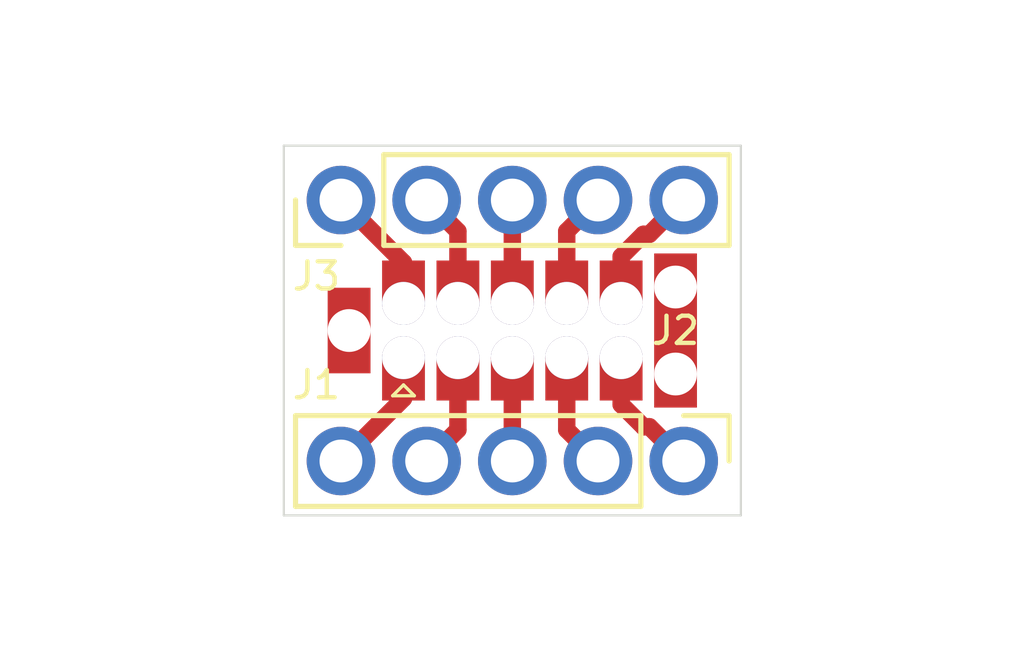
<source format=kicad_pcb>
(kicad_pcb (version 20221018) (generator pcbnew)
  (layers (0 "F.Cu" signal) (31 "B.Cu" signal) (34 "B.Paste" user) (35 "F.Paste" user) (36 "B.SilkS" user "B.Silkscreen") (37 "F.SilkS" user "F.Silkscreen") (38 "B.Mask" user) (39 "F.Mask" user) (44 "Edge.Cuts" user))
  (net 0 "")
  (net 1 "Net-(J1-Pad5)")
  (net 2 "Net-(J1-Pad4)")
  (net 3 "Net-(J1-Pad3)")
  (net 4 "Net-(J1-Pad2)")
  (net 5 "Net-(J1-Pad1)")
  (net 6 "Net-(J2-Pad10)")
  (net 7 "Net-(J2-Pad9)")
  (net 8 "Net-(J2-Pad8)")
  (net 9 "Net-(J2-Pad7)")
  (net 10 "Net-(J2-Pad6)")
  (footprint "Connector:Tag-Connect_TC2050-IDC-NL_2x05_P1.27mm_Vertical" (layer "F.Cu") (at 159.004 100.584)
    (fp_text reference "J2" (at 3.81 0) (layer "F.SilkS") (effects (font (size 0.635 0.635) (thickness 0.1016))))
    (fp_text value "Conn_02x05_Counter_Clockwise")
    (fp_line (start -2.794 1.524) (end -2.286 1.524) (stroke (width 0.0762)) (layer "F.SilkS"))
    (fp_line (start -2.54 1.27) (end -2.794 1.524) (stroke (width 0.0762)) (layer "F.SilkS"))
    (fp_line (start -2.286 1.524) (end -2.54 1.27) (stroke (width 0.0762)) (layer "F.SilkS"))
    (pad "" np_thru_hole circle (at -3.81 0) (size 1 1) (drill 1) (layers "*.Cu" "*.Mask"))
    (pad "" smd rect (at -3.81 0) (size 1 2) (layers "F.Cu" "F.Paste" "F.Mask"))
    (pad "" np_thru_hole circle (at 3.81 -1.016) (size 1 1) (drill 1) (layers "*.Cu" "*.Mask"))
    (pad "" smd rect (at 3.81 0) (size 1 3.6) (layers "F.Cu" "F.Paste" "F.Mask"))
    (pad "" np_thru_hole circle (at 3.81 1.016) (size 1 1) (drill 1) (layers "*.Cu" "*.Mask"))
    (pad "1" thru_hole circle (at -2.54 0.635) (size 1 1) (drill 1) (layers "*.Cu" "*.Mask") (net 1 "Net-(J1-Pad5)"))
    (pad "1" smd rect (at -2.54 1.135) (size 1 1) (layers "F.Cu" "F.Paste" "F.Mask") (net 1 "Net-(J1-Pad5)"))
    (pad "2" thru_hole circle (at -1.27 0.635) (size 1 1) (drill 1) (layers "*.Cu" "*.Mask") (net 2 "Net-(J1-Pad4)"))
    (pad "2" smd rect (at -1.27 1.135) (size 1 1) (layers "F.Cu" "F.Paste" "F.Mask") (net 2 "Net-(J1-Pad4)"))
    (pad "3" thru_hole circle (at 0 0.635) (size 1 1) (drill 1) (layers "*.Cu" "*.Mask") (net 3 "Net-(J1-Pad3)"))
    (pad "3" smd rect (at 0 1.135) (size 1 1) (layers "F.Cu" "F.Paste" "F.Mask") (net 3 "Net-(J1-Pad3)"))
    (pad "4" thru_hole circle (at 1.27 0.635) (size 1 1) (drill 1) (layers "*.Cu" "*.Mask") (net 4 "Net-(J1-Pad2)"))
    (pad "4" smd rect (at 1.27 1.135) (size 1 1) (layers "F.Cu" "F.Paste" "F.Mask") (net 4 "Net-(J1-Pad2)"))
    (pad "5" thru_hole circle (at 2.54 0.635) (size 1 1) (drill 1) (layers "*.Cu" "*.Mask") (net 5 "Net-(J1-Pad1)"))
    (pad "5" smd rect (at 2.54 1.135) (size 1 1) (layers "F.Cu" "F.Paste" "F.Mask") (net 5 "Net-(J1-Pad1)"))
    (pad "6" smd rect (at 2.54 -1.135) (size 1 1) (layers "F.Cu" "F.Paste" "F.Mask") (net 10 "Net-(J2-Pad6)"))
    (pad "6" thru_hole circle (at 2.54 -0.635) (size 1 1) (drill 1) (layers "*.Cu" "*.Mask") (net 10 "Net-(J2-Pad6)"))
    (pad "7" smd rect (at 1.27 -1.135) (size 1 1) (layers "F.Cu" "F.Paste" "F.Mask") (net 9 "Net-(J2-Pad7)"))
    (pad "7" thru_hole circle (at 1.27 -0.635) (size 1 1) (drill 1) (layers "*.Cu" "*.Mask") (net 9 "Net-(J2-Pad7)"))
    (pad "8" smd rect (at 0 -1.135) (size 1 1) (layers "F.Cu" "F.Paste" "F.Mask") (net 8 "Net-(J2-Pad8)"))
    (pad "8" thru_hole circle (at 0 -0.635) (size 1 1) (drill 1) (layers "*.Cu" "*.Mask") (net 8 "Net-(J2-Pad8)"))
    (pad "9" smd rect (at -1.27 -1.135) (size 1 1) (layers "F.Cu" "F.Paste" "F.Mask") (net 7 "Net-(J2-Pad9)"))
    (pad "9" thru_hole circle (at -1.27 -0.635) (size 1 1) (drill 1) (layers "*.Cu" "*.Mask") (net 7 "Net-(J2-Pad9)"))
    (pad "10" smd rect (at -2.54 -1.135) (size 1 1) (layers "F.Cu" "F.Paste" "F.Mask") (net 6 "Net-(J2-Pad10)"))
    (pad "10" thru_hole circle (at -2.54 -0.635) (size 1 1) (drill 1) (layers "*.Cu" "*.Mask") (net 6 "Net-(J2-Pad10)"))
  )
  (footprint "Connector_PinHeader_2.00mm:PinHeader_1x05_P2.00mm_Vertical" (layer "F.Cu") (at 163.004 103.632 -90)
    (fp_text reference "J1" (at -1.778 8.572) (layer "F.SilkS") (effects (font (size 0.635 0.635) (thickness 0.1016))))
    (fp_text value "Conn_01x05")
    (fp_line (start -1.06 -1.06) (end 0 -1.06) (stroke (width 0.12)) (layer "F.SilkS"))
    (fp_line (start -1.06 0) (end -1.06 -1.06) (stroke (width 0.12)) (layer "F.SilkS"))
    (fp_line (start -1.06 1) (end -1.06 9.06) (stroke (width 0.12)) (layer "F.SilkS"))
    (fp_line (start -1.06 1) (end 1.06 1) (stroke (width 0.12)) (layer "F.SilkS"))
    (fp_line (start -1.06 9.06) (end 1.06 9.06) (stroke (width 0.12)) (layer "F.SilkS"))
    (fp_line (start 1.06 1) (end 1.06 9.06) (stroke (width 0.12)) (layer "F.SilkS"))
    (pad "1" thru_hole circle (at 0 0 270) (size 1.6 1.6) (drill 1) (layers "*.Cu" "*.Mask") (net 5 "Net-(J1-Pad1)"))
    (pad "2" thru_hole circle (at 0 2 270) (size 1.6 1.6) (drill 1) (layers "*.Cu" "*.Mask") (net 4 "Net-(J1-Pad2)"))
    (pad "3" thru_hole circle (at 0 4 270) (size 1.6 1.6) (drill 1) (layers "*.Cu" "*.Mask") (net 3 "Net-(J1-Pad3)"))
    (pad "4" thru_hole circle (at 0 6 270) (size 1.6 1.6) (drill 1) (layers "*.Cu" "*.Mask") (net 2 "Net-(J1-Pad4)"))
    (pad "5" thru_hole circle (at 0 8 270) (size 1.6 1.6) (drill 1) (layers "*.Cu" "*.Mask") (net 1 "Net-(J1-Pad5)"))
  )
  (footprint "Connector_PinHeader_2.00mm:PinHeader_1x05_P2.00mm_Vertical" (layer "F.Cu") (at 155.004 97.536 90)
    (fp_text reference "J3" (at -1.778 -0.572 180) (layer "F.SilkS") (effects (font (size 0.635 0.635) (thickness 0.1016))))
    (fp_text value "Conn_01x05")
    (fp_line (start -1.06 -1.06) (end 0 -1.06) (stroke (width 0.12)) (layer "F.SilkS"))
    (fp_line (start -1.06 0) (end -1.06 -1.06) (stroke (width 0.12)) (layer "F.SilkS"))
    (fp_line (start -1.06 1) (end -1.06 9.06) (stroke (width 0.12)) (layer "F.SilkS"))
    (fp_line (start -1.06 1) (end 1.06 1) (stroke (width 0.12)) (layer "F.SilkS"))
    (fp_line (start -1.06 9.06) (end 1.06 9.06) (stroke (width 0.12)) (layer "F.SilkS"))
    (fp_line (start 1.06 1) (end 1.06 9.06) (stroke (width 0.12)) (layer "F.SilkS"))
    (pad "1" thru_hole circle (at 0 0 90) (size 1.6 1.6) (drill 1) (layers "*.Cu" "*.Mask") (net 6 "Net-(J2-Pad10)"))
    (pad "2" thru_hole circle (at 0 2 90) (size 1.6 1.6) (drill 1) (layers "*.Cu" "*.Mask") (net 7 "Net-(J2-Pad9)"))
    (pad "3" thru_hole circle (at 0 4 90) (size 1.6 1.6) (drill 1) (layers "*.Cu" "*.Mask") (net 8 "Net-(J2-Pad8)"))
    (pad "4" thru_hole circle (at 0 6 90) (size 1.6 1.6) (drill 1) (layers "*.Cu" "*.Mask") (net 9 "Net-(J2-Pad7)"))
    (pad "5" thru_hole circle (at 0 8 90) (size 1.6 1.6) (drill 1) (layers "*.Cu" "*.Mask") (net 10 "Net-(J2-Pad6)"))
  )
  (gr_line (start 164.338 104.902) (end 164.338 96.266) (stroke (width 0.05)) (layer "Edge.Cuts"))
  (gr_line (start 153.67 96.266) (end 153.67 104.902) (stroke (width 0.05)) (layer "Edge.Cuts"))
  (gr_line (start 164.338 96.266) (end 153.67 96.266) (stroke (width 0.05)) (layer "Edge.Cuts"))
  (gr_line (start 153.67 104.902) (end 164.338 104.902) (stroke (width 0.05)) (layer "Edge.Cuts"))
  (segment (start 156.464 101.219) (end 156.464 102.172) (width 0.4064) (layer "F.Cu") (net 1))
  (segment (start 156.464 102.172) (end 155.004 103.632) (width 0.4064) (layer "F.Cu") (net 1))
  (segment (start 157.734 102.902) (end 157.004 103.632) (width 0.4064) (layer "F.Cu") (net 2))
  (segment (start 157.734 101.719) (end 157.734 102.902) (width 0.4064) (layer "F.Cu") (net 2))
  (segment (start 159.004 101.219) (end 159.004 103.632) (width 0.4064) (layer "F.Cu") (net 3))
  (segment (start 160.274 102.902) (end 161.004 103.632) (width 0.4064) (layer "F.Cu") (net 4))
  (segment (start 160.274 101.719) (end 160.274 102.902) (width 0.4064) (layer "F.Cu") (net 4))
  (segment (start 161.544 101.219) (end 161.544 102.311342) (width 0.4064) (layer "F.Cu") (net 5))
  (segment (start 162.204001 102.832001) (end 163.004 103.632) (width 0.4064) (layer "F.Cu") (net 5))
  (segment (start 161.544 102.311342) (end 162.064659 102.832001) (width 0.4064) (layer "F.Cu") (net 5))
  (segment (start 162.064659 102.832001) (end 162.204001 102.832001) (width 0.4064) (layer "F.Cu") (net 5))
  (segment (start 156.464 99.949) (end 156.464 98.996) (width 0.4064) (layer "F.Cu") (net 6))
  (segment (start 156.464 98.996) (end 155.004 97.536) (width 0.4064) (layer "F.Cu") (net 6))
  (segment (start 157.734 99.949) (end 157.734 98.266) (width 0.4064) (layer "F.Cu") (net 7))
  (segment (start 157.734 98.266) (end 157.004 97.536) (width 0.4064) (layer "F.Cu") (net 7))
  (segment (start 159.004 99.949) (end 159.004 97.536) (width 0.4064) (layer "F.Cu") (net 8))
  (segment (start 160.274 99.449) (end 160.274 98.266) (width 0.4064) (layer "F.Cu") (net 9))
  (segment (start 160.274 98.266) (end 161.004 97.536) (width 0.4064) (layer "F.Cu") (net 9))
  (segment (start 161.544 98.856658) (end 162.064659 98.335999) (width 0.4064) (layer "F.Cu") (net 10))
  (segment (start 162.064659 98.335999) (end 162.204001 98.335999) (width 0.4064) (layer "F.Cu") (net 10))
  (segment (start 162.204001 98.335999) (end 163.004 97.536) (width 0.4064) (layer "F.Cu") (net 10))
  (segment (start 161.544 99.949) (end 161.544 98.856658) (width 0.4064) (layer "F.Cu") (net 10))
)
</source>
